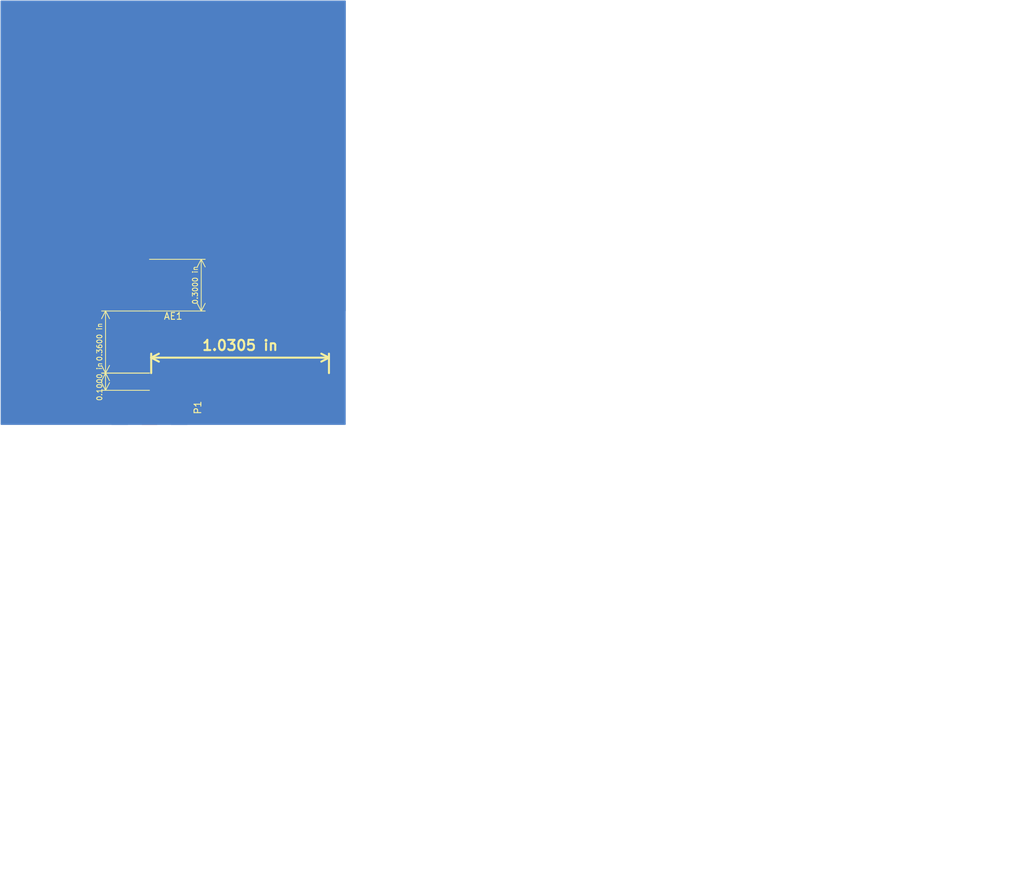
<source format=kicad_pcb>
(kicad_pcb (version 4) (host pcbnew 4.0.6)

  (general
    (links 4)
    (no_connects 1)
    (area 123.063 64.376 273.565714 194.39)
    (thickness 1.6)
    (drawings 11)
    (tracks 16)
    (zones 0)
    (modules 2)
    (nets 2)
  )

  (page A4)
  (layers
    (0 F.Cu signal)
    (31 B.Cu signal)
    (32 B.Adhes user hide)
    (33 F.Adhes user hide)
    (34 B.Paste user hide)
    (35 F.Paste user hide)
    (36 B.SilkS user)
    (37 F.SilkS user)
    (38 B.Mask user)
    (39 F.Mask user)
    (40 Dwgs.User user)
    (41 Cmts.User user)
    (42 Eco1.User user)
    (43 Eco2.User user)
    (44 Edge.Cuts user)
    (45 Margin user)
    (46 B.CrtYd user)
    (47 F.CrtYd user)
    (48 B.Fab user hide)
    (49 F.Fab user hide)
  )

  (setup
    (last_trace_width 0.508)
    (user_trace_width 0.762)
    (user_trace_width 1.016)
    (user_trace_width 1.27)
    (user_trace_width 1.524)
    (user_trace_width 1.778)
    (user_trace_width 2.032)
    (user_trace_width 2.286)
    (user_trace_width 2.54)
    (trace_clearance 0.127)
    (zone_clearance 0.1524)
    (zone_45_only yes)
    (trace_min 0.127)
    (segment_width 0.2)
    (edge_width 0.15)
    (via_size 0.508)
    (via_drill 0.254)
    (via_min_size 0.254)
    (via_min_drill 0.254)
    (uvia_size 0.3)
    (uvia_drill 0.1)
    (uvias_allowed no)
    (uvia_min_size 0.2)
    (uvia_min_drill 0.1)
    (pcb_text_width 0.3)
    (pcb_text_size 1.5 1.5)
    (mod_edge_width 0.15)
    (mod_text_size 1 1)
    (mod_text_width 0.15)
    (pad_size 34.925 30.48)
    (pad_drill 0)
    (pad_to_mask_clearance 0.0762)
    (aux_axis_origin 123.19 128.5367)
    (visible_elements 7FFEFF7F)
    (pcbplotparams
      (layerselection 0x020f0_80000001)
      (usegerberextensions false)
      (excludeedgelayer true)
      (linewidth 0.025400)
      (plotframeref false)
      (viasonmask false)
      (mode 1)
      (useauxorigin true)
      (hpglpennumber 1)
      (hpglpenspeed 20)
      (hpglpendiameter 15)
      (hpglpenoverlay 2)
      (psnegative false)
      (psa4output false)
      (plotreference true)
      (plotvalue true)
      (plotinvisibletext false)
      (padsonsilk false)
      (subtractmaskfromsilk false)
      (outputformat 1)
      (mirror false)
      (drillshape 0)
      (scaleselection 1)
      (outputdirectory artwork/))
  )

  (net 0 "")
  (net 1 GND)

  (net_class Default "This is the default net class."
    (clearance 0.127)
    (trace_width 0.508)
    (via_dia 0.508)
    (via_drill 0.254)
    (uvia_dia 0.3)
    (uvia_drill 0.1)
    (add_net GND)
  )

  (module Antennas:Patch_Antenna_2.4GHz (layer F.Cu) (tedit 5903990B) (tstamp 58E48F7B)
    (at 148.59 88.9)
    (descr "2.4GHz Patch Antenna")
    (tags "antenna patch 2.4")
    (path /58E57C0B)
    (fp_text reference AE1 (at 0 23.622) (layer F.SilkS)
      (effects (font (size 1 1) (thickness 0.15)))
    )
    (fp_text value Antenna_Shield (at 0 -23.622) (layer F.Fab)
      (effects (font (size 1 1) (thickness 0.15)))
    )
    (pad 2 smd rect (at 0 0) (size 50.8 45.72) (layers B.Cu)
      (net 1 GND))
    (pad 1 smd rect (at 0 0) (size 34.925 30.48) (layers F.Cu)
      (net 1 GND))
  )

  (module Misc:Molex_SMA_Jack_Edge_Mount (layer F.Cu) (tedit 5903997B) (tstamp 58E48FC6)
    (at 145.0975 124.2695 90)
    (descr http://www.molex.com/pdm_docs/sd/732511150_sd.pdf)
    (tags "Molex SMA Edge")
    (path /58A4C75B)
    (attr smd)
    (fp_text reference P1 (at -1.72 7.11 90) (layer F.SilkS)
      (effects (font (size 1 1) (thickness 0.15)))
    )
    (fp_text value SMA (at -1.72 -7.11 90) (layer F.Fab)
      (effects (font (size 1 1) (thickness 0.15)))
    )
    (fp_line (start -4.76 -0.38) (end 0.49 -0.38) (layer F.Fab) (width 0.1))
    (fp_line (start -4.76 0.38) (end 0.49 0.38) (layer F.Fab) (width 0.1))
    (fp_line (start 0.49 -0.38) (end 0.49 0.38) (layer F.Fab) (width 0.1))
    (fp_line (start 0.49 3.75) (end 0.49 4.76) (layer F.Fab) (width 0.1))
    (fp_line (start 0.49 -4.76) (end 0.49 -3.75) (layer F.Fab) (width 0.1))
    (fp_line (start -14.29 -6.09) (end -14.29 6.09) (layer F.CrtYd) (width 0.05))
    (fp_line (start -14.29 6.09) (end 2.71 6.09) (layer F.CrtYd) (width 0.05))
    (fp_line (start 2.71 -6.09) (end 2.71 6.09) (layer B.CrtYd) (width 0.05))
    (fp_line (start -14.29 -6.09) (end 2.71 -6.09) (layer B.CrtYd) (width 0.05))
    (fp_line (start -14.29 -6.09) (end -14.29 6.09) (layer B.CrtYd) (width 0.05))
    (fp_line (start -14.29 6.09) (end 2.71 6.09) (layer B.CrtYd) (width 0.05))
    (fp_line (start 2.71 -6.09) (end 2.71 6.09) (layer F.CrtYd) (width 0.05))
    (fp_line (start 2.71 -6.09) (end -14.29 -6.09) (layer F.CrtYd) (width 0.05))
    (fp_line (start -4.76 -3.75) (end 0.49 -3.75) (layer F.Fab) (width 0.1))
    (fp_line (start -4.76 3.75) (end 0.49 3.75) (layer F.Fab) (width 0.1))
    (fp_line (start -13.79 -2.65) (end -5.91 -2.65) (layer F.Fab) (width 0.1))
    (fp_line (start -13.79 -2.65) (end -13.79 2.65) (layer F.Fab) (width 0.1))
    (fp_line (start -13.79 2.65) (end -5.91 2.65) (layer F.Fab) (width 0.1))
    (fp_line (start -4.76 -3.75) (end -4.76 3.75) (layer F.Fab) (width 0.1))
    (fp_line (start 0.49 -4.76) (end -5.91 -4.76) (layer F.Fab) (width 0.1))
    (fp_line (start -5.91 -4.76) (end -5.91 4.76) (layer F.Fab) (width 0.1))
    (fp_line (start -5.91 4.76) (end 0.49 4.76) (layer F.Fab) (width 0.1))
    (pad 1 smd rect (at -1.72 0 90) (size 5.08 2.29) (layers F.Cu F.Paste F.Mask)
      (net 1 GND))
    (pad 2 smd rect (at -1.02 -4.38 90) (size 6.48 2.42) (layers B.Cu B.Paste B.Mask)
      (net 1 GND))
    (pad 2 smd rect (at -1.02 4.38 90) (size 6.48 2.42) (layers B.Cu B.Paste B.Mask)
      (net 1 GND))
  )

  (dimension 26.1747 (width 0.3) (layer F.SilkS)
    (gr_text "1.0305 in" (at 158.43885 117.2807) (layer F.SilkS)
      (effects (font (size 1.5 1.5) (thickness 0.3)))
    )
    (feature1 (pts (xy 145.3515 120.904) (xy 145.3515 115.9307)))
    (feature2 (pts (xy 171.5262 120.904) (xy 171.5262 115.9307)))
    (crossbar (pts (xy 171.5262 118.6307) (xy 145.3515 118.6307)))
    (arrow1a (pts (xy 145.3515 118.6307) (xy 146.478004 118.044279)))
    (arrow1b (pts (xy 145.3515 118.6307) (xy 146.478004 119.217121)))
    (arrow2a (pts (xy 171.5262 118.6307) (xy 170.399696 118.044279)))
    (arrow2b (pts (xy 171.5262 118.6307) (xy 170.399696 119.217121)))
  )
  (dimension 9.144 (width 0.127) (layer F.SilkS)
    (gr_text "0.3600 in" (at 137.2832 116.332 270) (layer F.SilkS)
      (effects (font (size 0.762 0.762) (thickness 0.127)))
    )
    (feature1 (pts (xy 145.0975 120.904) (xy 135.9332 120.904)))
    (feature2 (pts (xy 145.0975 111.76) (xy 135.9332 111.76)))
    (crossbar (pts (xy 138.6332 111.76) (xy 138.6332 120.904)))
    (arrow1a (pts (xy 138.6332 120.904) (xy 138.046779 119.777496)))
    (arrow1b (pts (xy 138.6332 120.904) (xy 139.219621 119.777496)))
    (arrow2a (pts (xy 138.6332 111.76) (xy 138.046779 112.886504)))
    (arrow2b (pts (xy 138.6332 111.76) (xy 139.219621 112.886504)))
  )
  (dimension 2.54 (width 0.127) (layer F.SilkS)
    (gr_text "0.1000 in" (at 135.382 122.174 270) (layer F.SilkS)
      (effects (font (size 0.762 0.762) (thickness 0.127)))
    )
    (feature1 (pts (xy 145.0975 123.444) (xy 135.9332 123.444)))
    (feature2 (pts (xy 145.0975 120.904) (xy 135.9332 120.904)))
    (crossbar (pts (xy 138.6332 120.904) (xy 138.6332 123.444)))
    (arrow1a (pts (xy 138.6332 123.444) (xy 138.046779 122.317496)))
    (arrow1b (pts (xy 138.6332 123.444) (xy 139.219621 122.317496)))
    (arrow2a (pts (xy 138.6332 120.904) (xy 138.046779 122.030504)))
    (arrow2b (pts (xy 138.6332 120.904) (xy 139.219621 122.030504)))
  )
  (gr_line (start 173.99 66.04) (end 123.19 66.04) (angle 90) (layer Margin) (width 0.2))
  (gr_line (start 173.99 128.5367) (end 173.99 66.04) (angle 90) (layer Margin) (width 0.2))
  (gr_line (start 123.19 128.5367) (end 173.99 128.5367) (angle 90) (layer Margin) (width 0.2))
  (gr_line (start 123.19 66.04) (end 123.19 128.5367) (angle 90) (layer Margin) (width 0.2))
  (dimension 7.62 (width 0.127) (layer F.SilkS)
    (gr_text "0.3000 in" (at 154.0675 107.95 270) (layer F.SilkS)
      (effects (font (size 0.762 0.762) (thickness 0.127)))
    )
    (feature1 (pts (xy 145.0975 111.76) (xy 155.4175 111.76)))
    (feature2 (pts (xy 145.0975 104.14) (xy 155.4175 104.14)))
    (crossbar (pts (xy 152.7175 104.14) (xy 152.7175 111.76)))
    (arrow1a (pts (xy 152.7175 111.76) (xy 152.131079 110.633496)))
    (arrow1b (pts (xy 152.7175 111.76) (xy 153.303921 110.633496)))
    (arrow2a (pts (xy 152.7175 104.14) (xy 152.131079 105.266504)))
    (arrow2b (pts (xy 152.7175 104.14) (xy 153.303921 105.266504)))
  )
  (gr_text 0.3 (at 271.78 193.04) (layer Cmts.User)
    (effects (font (size 1.5 1.5) (thickness 0.3)))
  )
  (gr_text "June 1, 2017" (at 215.9 193.04) (layer Cmts.User)
    (effects (font (size 1.5 1.5) (thickness 0.3)))
  )
  (gr_text "Patch Match Test Board" (at 200.66 189.23) (layer Cmts.User)
    (effects (font (size 1.5 1.5) (thickness 0.3)))
  )

  (segment (start 145.0975 121.666) (end 146.2024 121.666) (width 0.508) (layer F.Cu) (net 1))
  (segment (start 146.2024 121.666) (end 146.9644 120.904) (width 0.508) (layer F.Cu) (net 1) (tstamp 5930F4D3))
  (segment (start 145.0975 120.142) (end 146.2024 120.142) (width 0.508) (layer F.Cu) (net 1))
  (segment (start 146.2024 120.142) (end 146.9644 120.904) (width 0.508) (layer F.Cu) (net 1) (tstamp 5930F4BB))
  (segment (start 170.5102 120.904) (end 146.9644 120.904) (width 2.032) (layer F.Cu) (net 1))
  (segment (start 146.177 120.904) (end 145.6436 120.904) (width 1.524) (layer F.Cu) (net 1))
  (segment (start 145.3642 120.904) (end 145.0975 120.904) (width 0.508) (layer F.Cu) (net 1))
  (segment (start 145.6436 120.904) (end 145.3642 120.904) (width 1.016) (layer F.Cu) (net 1))
  (segment (start 146.9644 120.904) (end 146.177 120.904) (width 2.032) (layer F.Cu) (net 1))
  (segment (start 148.59 88.9) (end 145.0975 92.3925) (width 0.508) (layer F.Cu) (net 1))
  (segment (start 145.0975 92.3925) (end 145.0975 120.142) (width 0.508) (layer F.Cu) (net 1) (tstamp 59039972))
  (segment (start 145.0975 120.142) (end 145.0975 120.523) (width 0.508) (layer F.Cu) (net 1) (tstamp 5930F4B9))
  (segment (start 145.0975 120.523) (end 145.0975 120.904) (width 0.508) (layer F.Cu) (net 1) (tstamp 59039C18))
  (segment (start 145.0975 120.904) (end 145.0975 121.285) (width 0.508) (layer F.Cu) (net 1) (tstamp 59039B7A))
  (segment (start 145.0975 121.285) (end 145.0975 121.666) (width 0.508) (layer F.Cu) (net 1) (tstamp 59039C27))
  (segment (start 145.0975 121.666) (end 145.0975 125.9895) (width 0.508) (layer F.Cu) (net 1) (tstamp 5930F4D1))

  (zone (net 1) (net_name GND) (layer B.Cu) (tstamp 59039A3C) (hatch edge 0.508)
    (connect_pads thru_hole_only (clearance 0.1524))
    (min_thickness 0.1524)
    (fill yes (arc_segments 32) (thermal_gap 0.508) (thermal_bridge_width 0.508))
    (polygon
      (pts
        (xy 173.99 128.5367) (xy 123.19 128.5367) (xy 123.19 66.04) (xy 173.99 66.04)
      )
    )
    (filled_polygon
      (pts
        (xy 173.9138 128.4605) (xy 123.2662 128.4605) (xy 123.2662 66.1162) (xy 173.9138 66.1162)
      )
    )
  )
  (zone (net 0) (net_name "") (layer F.Mask) (tstamp 5930F644) (hatch edge 0.508)
    (connect_pads (clearance 0.1524))
    (min_thickness 0.254)
    (fill yes (arc_segments 16) (thermal_gap 0.508) (thermal_bridge_width 0.508))
    (polygon
      (pts
        (xy 172.0342 122.428) (xy 144.3228 122.428) (xy 144.3228 119.38) (xy 172.0342 119.38)
      )
    )
    (filled_polygon
      (pts
        (xy 171.9072 122.301) (xy 144.4498 122.301) (xy 144.4498 119.507) (xy 171.9072 119.507)
      )
    )
  )
)

</source>
